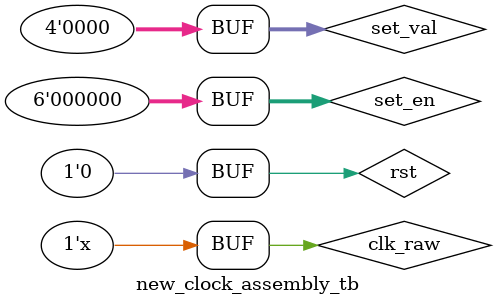
<source format=v>
`timescale 1ns / 1ps


module new_clock_assembly(
input clk_raw,
input rst,
input [5:0]set_en,
input [3:0]set_val,
// input [7:0] set_sec,
// input [7:0] set_min,
// input [7:0] set_hour
output [7:0] out_sec,
output [7:0] out_min,
output [7:0] out_hour,
//input sw_en,
output wire [7:0] seg_out,//段信号，包括小数�??
output wire [7:0] seg_an//管�?�择使能信号
// output led1,
// output led2
    );
    // wire [7:0] set_sec;
    // wire [7:0] set_min;
    // wire [7:0] set_hour;
    
    
    wire [7:0] out_sec;
    wire [7:0] out_min;
    wire [7:0] out_hour;
    wire sec_clk;
    wire cout_1;
    wire cout_2;
    wire day_out;
    //assign led1 = sec_clk;
    //assign led2 = out_sec[0];
    half_sec_timer sec_clock(clk_raw,rst,sec_clk);//��ʱ��
    new_counter_sub #(60) sec(clk_raw,sec_clk,rst,set_en[1:0],set_val,cout_1,out_sec);
    new_counter_sub #(60) min(clk_raw,cout_1,rst,set_en[3:2],set_val,cout_2,out_min);
    new_counter_sub hour(clk_raw,cout_2,rst,set_en[5:4],set_val,day_out,out_hour);
    seg_assembly seg7(8'b11011011,out_sec[3:0],out_sec[7:4],0,out_min[3:0],out_min[7:4],0,out_hour[3:0],out_hour[7:4],rst,clk_raw,seg_out,seg_an);
endmodule

module new_clock_assembly_tb();
reg clk_raw;
reg  rst;
reg  [5:0]set_en;
reg  [3:0]set_val;
 wire [7:0] seg_out;//段信号，包括小数�??
 wire [7:0] seg_an;//管�?�择使能信号
 new_clock_assembly u(clk_raw,rst,set_en,set_val,seg_out,seg_an);
always #5 clk_raw = ~clk_raw;
initial begin
clk_raw = 1;
rst=1;
set_en = 0;
set_val=0;
#5 rst = 0;
end
endmodule
</source>
